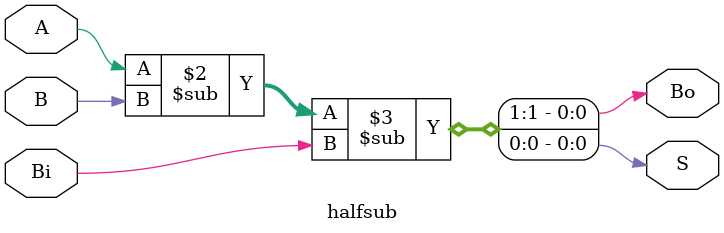
<source format=v>

module testbed;
    reg A, B, Bi;
    wire Bo, S;
    integer i;

    halfsub hs1(Bo, S, A, B, Bi);

    initial
    begin
        A <= 0;
        B <= 0;
        $monitor($time, " A = %b , B = %b, Bi = %b, Sub = %b, Borrow - %b", A, B, Bi, S, Bo);
        for (i = 0 ; i < 8 ; i = i + 1)
            begin
                {A, B, Bi} = i ;
                #10;
            end
    end
endmodule

module halfsub(Bo, S, A, B, Bi);
    input A, B, Bi;
    output Bo, S;
    
    assign {Bo, S} = A - B - Bi;
endmodule
</source>
